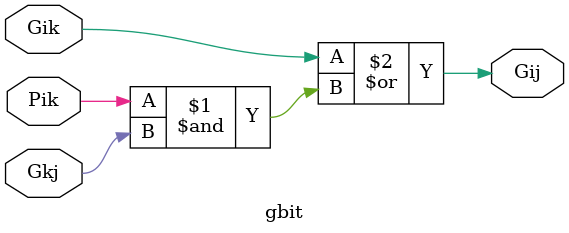
<source format=sv>
module gbit(
	input logic Gik, Pik, Gkj,
	output logic Gij);

	assign Gij = Gik | (Pik & Gkj);
endmodule


</source>
